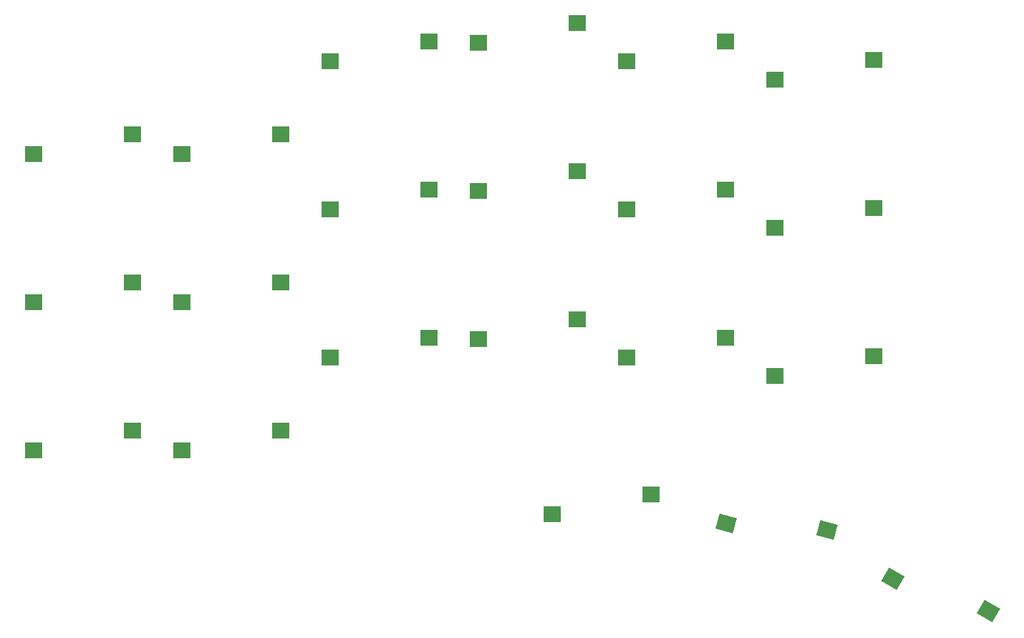
<source format=gbp>
G04 #@! TF.GenerationSoftware,KiCad,Pcbnew,8.0.4*
G04 #@! TF.CreationDate,2024-09-23T05:23:03+03:00*
G04 #@! TF.ProjectId,muikku42,6d75696b-6b75-4343-922e-6b696361645f,rev?*
G04 #@! TF.SameCoordinates,Original*
G04 #@! TF.FileFunction,Paste,Bot*
G04 #@! TF.FilePolarity,Positive*
%FSLAX46Y46*%
G04 Gerber Fmt 4.6, Leading zero omitted, Abs format (unit mm)*
G04 Created by KiCad (PCBNEW 8.0.4) date 2024-09-23 05:23:03*
%MOMM*%
%LPD*%
G01*
G04 APERTURE LIST*
G04 Aperture macros list*
%AMRotRect*
0 Rectangle, with rotation*
0 The origin of the aperture is its center*
0 $1 length*
0 $2 width*
0 $3 Rotation angle, in degrees counterclockwise*
0 Add horizontal line*
21,1,$1,$2,0,0,$3*%
G04 Aperture macros list end*
%ADD10R,2.300000X2.000000*%
%ADD11RotRect,2.300000X2.000000X150.000000*%
%ADD12RotRect,2.300000X2.000000X165.000000*%
G04 APERTURE END LIST*
D10*
G04 #@! TO.C,S18*
X154925000Y-93860625D03*
X167625000Y-91320625D03*
G04 #@! TD*
G04 #@! TO.C,S2*
X78725000Y-86716875D03*
X91425000Y-84176875D03*
G04 #@! TD*
D11*
G04 #@! TO.C,S12*
X189140322Y-122293779D03*
X201408845Y-126444075D03*
G04 #@! TD*
D10*
G04 #@! TO.C,S3*
X78725000Y-105766875D03*
X91425000Y-103226875D03*
G04 #@! TD*
G04 #@! TO.C,S4*
X145400000Y-114033750D03*
X158100000Y-111493750D03*
G04 #@! TD*
G04 #@! TO.C,S19*
X173975000Y-58141875D03*
X186675000Y-55601875D03*
G04 #@! TD*
G04 #@! TO.C,S21*
X173975000Y-96241875D03*
X186675000Y-93701875D03*
G04 #@! TD*
G04 #@! TO.C,S9*
X116825000Y-55760625D03*
X129525000Y-53220625D03*
G04 #@! TD*
G04 #@! TO.C,S10*
X116825000Y-74810625D03*
X129525000Y-72270625D03*
G04 #@! TD*
G04 #@! TO.C,S6*
X97775000Y-86716875D03*
X110475000Y-84176875D03*
G04 #@! TD*
D12*
G04 #@! TO.C,S8*
X167737522Y-115224303D03*
X180662181Y-116057853D03*
G04 #@! TD*
D10*
G04 #@! TO.C,S7*
X97775000Y-105766875D03*
X110475000Y-103226875D03*
G04 #@! TD*
G04 #@! TO.C,S14*
X135875000Y-72429375D03*
X148575000Y-69889375D03*
G04 #@! TD*
G04 #@! TO.C,S20*
X173975000Y-77191875D03*
X186675000Y-74651875D03*
G04 #@! TD*
G04 #@! TO.C,S1*
X78725000Y-67666875D03*
X91425000Y-65126875D03*
G04 #@! TD*
G04 #@! TO.C,S13*
X135875000Y-53379375D03*
X148575000Y-50839375D03*
G04 #@! TD*
G04 #@! TO.C,S5*
X97775000Y-67666875D03*
X110475000Y-65126875D03*
G04 #@! TD*
G04 #@! TO.C,S15*
X135875000Y-91479375D03*
X148575000Y-88939375D03*
G04 #@! TD*
G04 #@! TO.C,S17*
X154925000Y-74810625D03*
X167625000Y-72270625D03*
G04 #@! TD*
G04 #@! TO.C,S11*
X116825000Y-93860625D03*
X129525000Y-91320625D03*
G04 #@! TD*
G04 #@! TO.C,S16*
X154925000Y-55760625D03*
X167625000Y-53220625D03*
G04 #@! TD*
M02*

</source>
